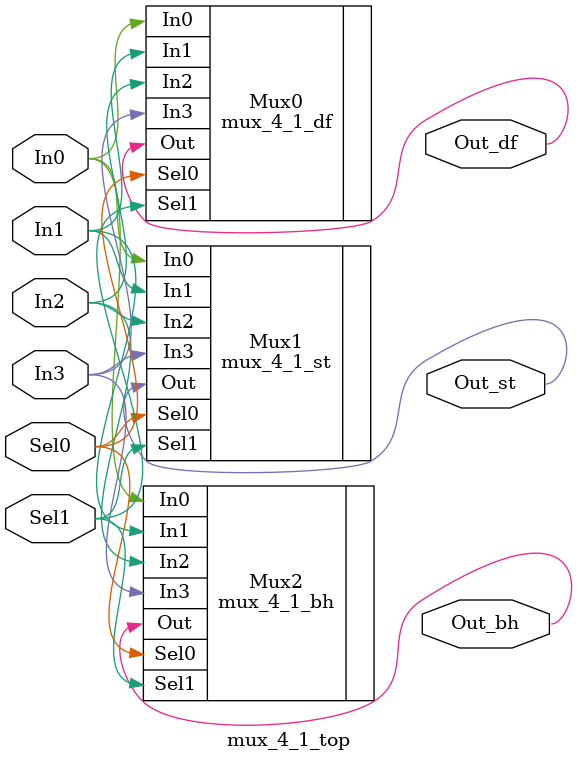
<source format=v>
module mux_4_1_top(Out_df,Out_st,Out_bh, In0, In1, In2, In3, Sel1, Sel0);

output Out_df, Out_bh, Out_st;
input  In0, In1, In2, In3, Sel1, Sel0;

mux_4_1_df Mux0(.Out(Out_df), .In0(In0), .In1(In1), .In2(In2), .In3(In3), .Sel1(Sel1), .Sel0(Sel0));

mux_4_1_st Mux1(.Out(Out_st), .In0(In0), .In1(In1), .In2(In2), .In3(In3), .Sel1(Sel1), .Sel0(Sel0));

mux_4_1_bh Mux2(.Out(Out_bh), .In0(In0), .In1(In1), .In2(In2), .In3(In3), .Sel1(Sel1), .Sel0(Sel0));

endmodule
</source>
